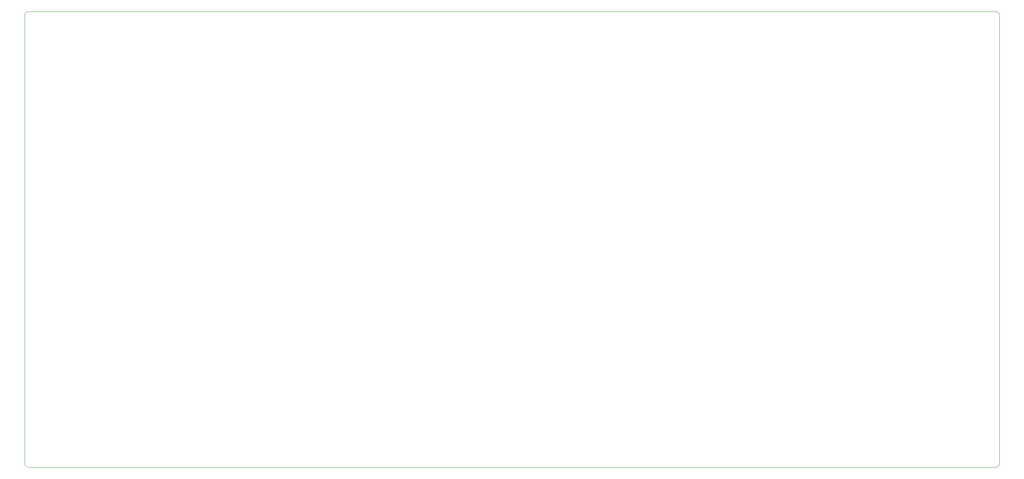
<source format=gm1>
%TF.GenerationSoftware,KiCad,Pcbnew,8.0.3*%
%TF.CreationDate,2024-07-13T17:18:51+02:00*%
%TF.ProjectId,faderboard,66616465-7262-46f6-9172-642e6b696361,rev?*%
%TF.SameCoordinates,Original*%
%TF.FileFunction,Profile,NP*%
%FSLAX46Y46*%
G04 Gerber Fmt 4.6, Leading zero omitted, Abs format (unit mm)*
G04 Created by KiCad (PCBNEW 8.0.3) date 2024-07-13 17:18:51*
%MOMM*%
%LPD*%
G01*
G04 APERTURE LIST*
%TA.AperFunction,Profile*%
%ADD10C,0.100000*%
%TD*%
G04 APERTURE END LIST*
D10*
X261525000Y-25650000D02*
X261525000Y-130350000D01*
X34475000Y-131350000D02*
X260525000Y-131350000D01*
X34475000Y-131350000D02*
G75*
G02*
X33475000Y-130350000I0J1000000D01*
G01*
X33475000Y-25650000D02*
X33475000Y-130350000D01*
X34475000Y-24650000D02*
X260525000Y-24650000D01*
X261525000Y-130350000D02*
G75*
G02*
X260525000Y-131350000I-1000000J0D01*
G01*
X33475000Y-25650000D02*
G75*
G02*
X34475000Y-24650000I1000000J0D01*
G01*
X260525000Y-24650000D02*
G75*
G02*
X261525000Y-25650000I0J-1000000D01*
G01*
M02*

</source>
